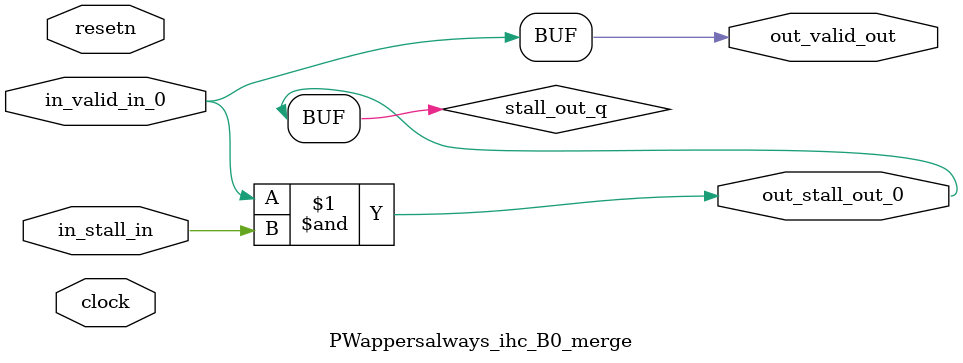
<source format=sv>



(* altera_attribute = "-name AUTO_SHIFT_REGISTER_RECOGNITION OFF; -name MESSAGE_DISABLE 10036; -name MESSAGE_DISABLE 10037; -name MESSAGE_DISABLE 14130; -name MESSAGE_DISABLE 14320; -name MESSAGE_DISABLE 15400; -name MESSAGE_DISABLE 14130; -name MESSAGE_DISABLE 10036; -name MESSAGE_DISABLE 12020; -name MESSAGE_DISABLE 12030; -name MESSAGE_DISABLE 12010; -name MESSAGE_DISABLE 12110; -name MESSAGE_DISABLE 14320; -name MESSAGE_DISABLE 13410; -name MESSAGE_DISABLE 113007; -name MESSAGE_DISABLE 10958" *)
module PWappersalways_ihc_B0_merge (
    input wire [0:0] in_stall_in,
    input wire [0:0] in_valid_in_0,
    output wire [0:0] out_stall_out_0,
    output wire [0:0] out_valid_out,
    input wire clock,
    input wire resetn
    );

    wire [0:0] stall_out_q;


    // stall_out(LOGICAL,6)
    assign stall_out_q = in_valid_in_0 & in_stall_in;

    // out_stall_out_0(GPOUT,4)
    assign out_stall_out_0 = stall_out_q;

    // out_valid_out(GPOUT,5)
    assign out_valid_out = in_valid_in_0;

endmodule

</source>
